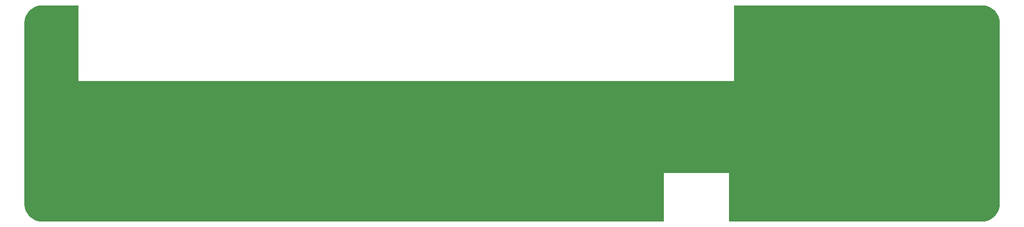
<source format=gbr>
G04 DipTrace 3.1.0.1*
G04 Bottom-Clock-IN12e.Board.gbr*
%MOIN*%
G04 #@! TF.FileFunction,Drawing,Board polygon*
G04 #@! TF.Part,Single*
%FSLAX26Y26*%
G04*
G70*
G90*
G75*
G01*
G04 BoardPoly*
%LPD*%
G36*
X520000Y394016D2*
X5039685D1*
Y748346D1*
X5512126D1*
Y394016D1*
X7354646D1*
G03X7480630Y520000I-1J125985D01*
G01*
Y1842835D1*
G03X7354646Y1968819I-125985J-1D01*
G01*
X5551496D1*
Y1417638D1*
X787717D1*
Y1968819D1*
X520000D1*
G03X394016Y1842835I1J-125985D01*
G01*
Y520000D1*
G03X520000Y394016I125985J1D01*
G01*
G37*
M02*

</source>
